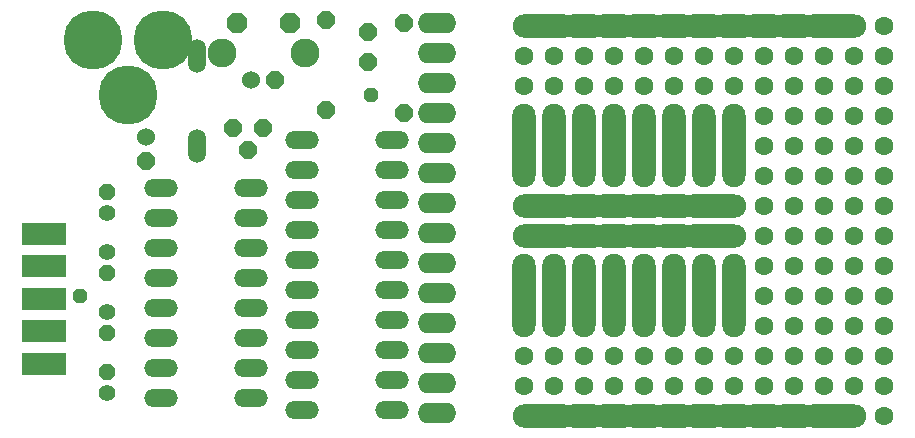
<source format=gts>
G75*
G70*
%OFA0B0*%
%FSLAX24Y24*%
%IPPOS*%
%LPD*%
%AMOC8*
5,1,8,0,0,1.08239X$1,22.5*
%
%ADD10O,0.1120X0.0600*%
%ADD11OC8,0.0560*%
%ADD12C,0.0560*%
%ADD13OC8,0.0600*%
%ADD14O,0.1480X0.0780*%
%ADD15OC8,0.0680*%
%ADD16C,0.0965*%
%ADD17R,0.1458X0.0749*%
%ADD18O,0.1280X0.0680*%
%ADD19O,0.0780X0.1480*%
%ADD20C,0.0630*%
%ADD21C,0.0600*%
%ADD22O,0.0600X0.1120*%
%ADD23C,0.1970*%
%ADD24OC8,0.0480*%
D10*
X017188Y012105D03*
X017188Y011105D03*
X017188Y010105D03*
X017188Y009105D03*
X017188Y008105D03*
X017188Y007105D03*
X017188Y006105D03*
X017188Y005105D03*
X017188Y004105D03*
X017188Y003105D03*
X014188Y003105D03*
X014188Y004105D03*
X014188Y005105D03*
X014188Y006105D03*
X014188Y007105D03*
X014188Y008105D03*
X012488Y008505D03*
X012488Y007505D03*
X012488Y006505D03*
X012488Y005505D03*
X012488Y004505D03*
X012488Y003505D03*
X009488Y003505D03*
X009488Y004505D03*
X009488Y005505D03*
X009488Y006505D03*
X009488Y007505D03*
X009488Y008505D03*
X009488Y009505D03*
X009488Y010505D03*
X012488Y010505D03*
X012488Y009505D03*
X014188Y009105D03*
X014188Y010105D03*
X014188Y011105D03*
X014188Y012105D03*
D11*
X007688Y010355D03*
X007688Y007655D03*
X007688Y005655D03*
X007688Y004355D03*
D12*
X007688Y003655D03*
X007688Y006355D03*
X007688Y008355D03*
X007688Y009655D03*
D13*
X008988Y011405D03*
X011888Y012505D03*
X012888Y012505D03*
X012388Y011755D03*
X014988Y013105D03*
X013288Y014105D03*
X016388Y014705D03*
X016388Y015705D03*
X017588Y016005D03*
X014988Y016105D03*
X017588Y013005D03*
D14*
X021938Y015905D03*
X022588Y015905D03*
X023588Y015905D03*
X024588Y015905D03*
X025588Y015905D03*
X026588Y015905D03*
X027588Y015905D03*
X028588Y015905D03*
X029588Y015905D03*
X030588Y015905D03*
X031588Y015905D03*
X032238Y015905D03*
X028238Y009905D03*
X027588Y009905D03*
X026588Y009905D03*
X025588Y009905D03*
X024588Y009905D03*
X023588Y009905D03*
X022588Y009905D03*
X021938Y009905D03*
X021938Y008905D03*
X022588Y008905D03*
X023588Y008905D03*
X024588Y008905D03*
X025588Y008905D03*
X026588Y008905D03*
X027588Y008905D03*
X028238Y008905D03*
X028588Y002905D03*
X027588Y002905D03*
X026588Y002905D03*
X025588Y002905D03*
X024588Y002905D03*
X023588Y002905D03*
X022588Y002905D03*
X021938Y002905D03*
X029588Y002905D03*
X030588Y002905D03*
X031588Y002905D03*
X032238Y002905D03*
D15*
X013778Y015995D03*
X011998Y015995D03*
D16*
X011508Y015015D03*
X014268Y015015D03*
D17*
X005568Y008965D03*
X005568Y007885D03*
X005568Y006805D03*
X005568Y005725D03*
X005568Y004645D03*
D18*
X018688Y005005D03*
X018688Y004005D03*
X018688Y003005D03*
X018688Y006005D03*
X018688Y007005D03*
X018688Y008005D03*
X018688Y009005D03*
X018688Y010005D03*
X018688Y011005D03*
X018688Y012005D03*
X018688Y013005D03*
X018688Y014005D03*
X018688Y015005D03*
X018688Y016005D03*
D19*
X021588Y012555D03*
X021588Y011905D03*
X021588Y011255D03*
X022588Y011255D03*
X022588Y011905D03*
X022588Y012555D03*
X023588Y012555D03*
X023588Y011905D03*
X023588Y011255D03*
X024588Y011255D03*
X025588Y011255D03*
X025588Y011905D03*
X024588Y011905D03*
X024588Y012555D03*
X025588Y012555D03*
X026588Y012555D03*
X026588Y011905D03*
X026588Y011255D03*
X027588Y011255D03*
X027588Y011905D03*
X027588Y012555D03*
X028588Y012555D03*
X028588Y011905D03*
X028588Y011255D03*
X028588Y007555D03*
X027588Y007555D03*
X026588Y007555D03*
X025588Y007555D03*
X024588Y007555D03*
X023588Y007555D03*
X022588Y007555D03*
X021588Y007555D03*
X021588Y006905D03*
X021588Y006255D03*
X022588Y006255D03*
X022588Y006905D03*
X023588Y006905D03*
X023588Y006255D03*
X024588Y006255D03*
X025588Y006255D03*
X025588Y006905D03*
X024588Y006905D03*
X026588Y006905D03*
X026588Y006255D03*
X027588Y006255D03*
X027588Y006905D03*
X028588Y006905D03*
X028588Y006255D03*
D20*
X029588Y005905D03*
X030588Y005905D03*
X031588Y005905D03*
X032588Y005905D03*
X033588Y005905D03*
X033588Y006905D03*
X032588Y006905D03*
X031588Y006905D03*
X030588Y006905D03*
X029588Y006905D03*
X029588Y007905D03*
X030588Y007905D03*
X031588Y007905D03*
X032588Y007905D03*
X033588Y007905D03*
X033588Y008905D03*
X032588Y008905D03*
X031588Y008905D03*
X030588Y008905D03*
X029588Y008905D03*
X029588Y009905D03*
X030588Y009905D03*
X031588Y009905D03*
X032588Y009905D03*
X033588Y009905D03*
X033588Y010905D03*
X032588Y010905D03*
X031588Y010905D03*
X030588Y010905D03*
X029588Y010905D03*
X029588Y011905D03*
X030588Y011905D03*
X031588Y011905D03*
X032588Y011905D03*
X033588Y011905D03*
X033588Y012905D03*
X032588Y012905D03*
X031588Y012905D03*
X030588Y012905D03*
X029588Y012905D03*
X029588Y013905D03*
X030588Y013905D03*
X031588Y013905D03*
X032588Y013905D03*
X033588Y013905D03*
X033588Y014905D03*
X032588Y014905D03*
X031588Y014905D03*
X030588Y014905D03*
X029588Y014905D03*
X028588Y014905D03*
X027588Y014905D03*
X026588Y014905D03*
X025588Y014905D03*
X024588Y014905D03*
X023588Y014905D03*
X022588Y014905D03*
X021588Y014905D03*
X021588Y013905D03*
X022588Y013905D03*
X023588Y013905D03*
X024588Y013905D03*
X025588Y013905D03*
X026588Y013905D03*
X027588Y013905D03*
X028588Y013905D03*
X033588Y015905D03*
X033588Y004905D03*
X032588Y004905D03*
X031588Y004905D03*
X030588Y004905D03*
X029588Y004905D03*
X028588Y004905D03*
X027588Y004905D03*
X026588Y004905D03*
X025588Y004905D03*
X024588Y004905D03*
X023588Y004905D03*
X022588Y004905D03*
X021588Y004905D03*
X021588Y003905D03*
X022588Y003905D03*
X023588Y003905D03*
X024588Y003905D03*
X025588Y003905D03*
X026588Y003905D03*
X027588Y003905D03*
X028588Y003905D03*
X029588Y003905D03*
X030588Y003905D03*
X031588Y003905D03*
X032588Y003905D03*
X033588Y003905D03*
X033588Y002905D03*
D21*
X012488Y014105D03*
X008988Y012205D03*
D22*
X010688Y011905D03*
X010688Y014905D03*
D23*
X009546Y015444D03*
X007223Y015444D03*
X008365Y013594D03*
D24*
X016488Y013605D03*
X006788Y006905D03*
M02*

</source>
